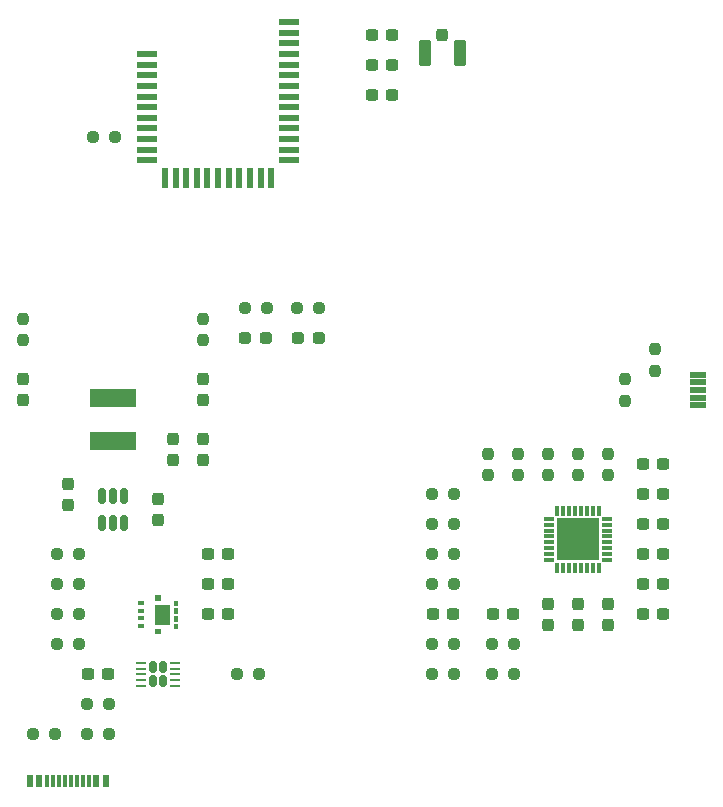
<source format=gbr>
%TF.GenerationSoftware,KiCad,Pcbnew,9.0.1*%
%TF.CreationDate,2025-05-21T12:09:37+01:00*%
%TF.ProjectId,FSC-BT631D-Breakout,4653432d-4254-4363-9331-442d42726561,rev?*%
%TF.SameCoordinates,Original*%
%TF.FileFunction,Paste,Top*%
%TF.FilePolarity,Positive*%
%FSLAX46Y46*%
G04 Gerber Fmt 4.6, Leading zero omitted, Abs format (unit mm)*
G04 Created by KiCad (PCBNEW 9.0.1) date 2025-05-21 12:09:37*
%MOMM*%
%LPD*%
G01*
G04 APERTURE LIST*
G04 Aperture macros list*
%AMRoundRect*
0 Rectangle with rounded corners*
0 $1 Rounding radius*
0 $2 $3 $4 $5 $6 $7 $8 $9 X,Y pos of 4 corners*
0 Add a 4 corners polygon primitive as box body*
4,1,4,$2,$3,$4,$5,$6,$7,$8,$9,$2,$3,0*
0 Add four circle primitives for the rounded corners*
1,1,$1+$1,$2,$3*
1,1,$1+$1,$4,$5*
1,1,$1+$1,$6,$7*
1,1,$1+$1,$8,$9*
0 Add four rect primitives between the rounded corners*
20,1,$1+$1,$2,$3,$4,$5,0*
20,1,$1+$1,$4,$5,$6,$7,0*
20,1,$1+$1,$6,$7,$8,$9,0*
20,1,$1+$1,$8,$9,$2,$3,0*%
G04 Aperture macros list end*
%ADD10C,0.010000*%
%ADD11RoundRect,0.250000X-0.250000X0.275000X-0.250000X-0.275000X0.250000X-0.275000X0.250000X0.275000X0*%
%ADD12RoundRect,0.250000X-0.275000X0.850000X-0.275000X-0.850000X0.275000X-0.850000X0.275000X0.850000X0*%
%ADD13RoundRect,0.237500X-0.300000X-0.237500X0.300000X-0.237500X0.300000X0.237500X-0.300000X0.237500X0*%
%ADD14RoundRect,0.237500X0.300000X0.237500X-0.300000X0.237500X-0.300000X-0.237500X0.300000X-0.237500X0*%
%ADD15RoundRect,0.150000X0.150000X-0.512500X0.150000X0.512500X-0.150000X0.512500X-0.150000X-0.512500X0*%
%ADD16RoundRect,0.237500X-0.237500X0.300000X-0.237500X-0.300000X0.237500X-0.300000X0.237500X0.300000X0*%
%ADD17RoundRect,0.237500X0.237500X-0.287500X0.237500X0.287500X-0.237500X0.287500X-0.237500X-0.287500X0*%
%ADD18RoundRect,0.237500X0.250000X0.237500X-0.250000X0.237500X-0.250000X-0.237500X0.250000X-0.237500X0*%
%ADD19RoundRect,0.237500X-0.250000X-0.237500X0.250000X-0.237500X0.250000X0.237500X-0.250000X0.237500X0*%
%ADD20RoundRect,0.237500X-0.237500X0.250000X-0.237500X-0.250000X0.237500X-0.250000X0.237500X0.250000X0*%
%ADD21R,0.300000X0.850000*%
%ADD22R,0.850000X0.300000*%
%ADD23R,3.550000X3.550000*%
%ADD24R,0.500000X0.350000*%
%ADD25RoundRect,0.237500X0.237500X-0.300000X0.237500X0.300000X-0.237500X0.300000X-0.237500X-0.300000X0*%
%ADD26RoundRect,0.237500X0.287500X0.237500X-0.287500X0.237500X-0.287500X-0.237500X0.287500X-0.237500X0*%
%ADD27R,4.000000X1.500000*%
%ADD28RoundRect,0.237500X0.237500X-0.250000X0.237500X0.250000X-0.237500X0.250000X-0.237500X-0.250000X0*%
%ADD29R,0.600000X1.140000*%
%ADD30R,0.300000X1.140000*%
%ADD31RoundRect,0.020000X0.655000X-0.180000X0.655000X0.180000X-0.655000X0.180000X-0.655000X-0.180000X0*%
%ADD32RoundRect,0.167500X-0.167500X-0.312500X0.167500X-0.312500X0.167500X0.312500X-0.167500X0.312500X0*%
%ADD33RoundRect,0.062500X-0.362500X-0.062500X0.362500X-0.062500X0.362500X0.062500X-0.362500X0.062500X0*%
%ADD34RoundRect,0.237500X-0.287500X-0.237500X0.287500X-0.237500X0.287500X0.237500X-0.287500X0.237500X0*%
%ADD35RoundRect,0.075000X-0.775000X-0.175000X0.775000X-0.175000X0.775000X0.175000X-0.775000X0.175000X0*%
%ADD36RoundRect,0.075000X0.175000X-0.775000X0.175000X0.775000X-0.175000X0.775000X-0.175000X-0.775000X0*%
G04 APERTURE END LIST*
D10*
%TO.C,Q1*%
X112725000Y-106185000D02*
X111475000Y-106185000D01*
X111475000Y-104635000D01*
X112725000Y-104635000D01*
X112725000Y-106185000D01*
G36*
X112725000Y-106185000D02*
G01*
X111475000Y-106185000D01*
X111475000Y-104635000D01*
X112725000Y-104635000D01*
X112725000Y-106185000D01*
G37*
X111955000Y-104185000D02*
X111525000Y-104185000D01*
X111525000Y-103805000D01*
X111955000Y-103805000D01*
X111955000Y-104185000D01*
G36*
X111955000Y-104185000D02*
G01*
X111525000Y-104185000D01*
X111525000Y-103805000D01*
X111955000Y-103805000D01*
X111955000Y-104185000D01*
G37*
X111955000Y-107015000D02*
X111525000Y-107015000D01*
X111525000Y-106635000D01*
X111955000Y-106635000D01*
X111955000Y-107015000D01*
G36*
X111955000Y-107015000D02*
G01*
X111525000Y-107015000D01*
X111525000Y-106635000D01*
X111955000Y-106635000D01*
X111955000Y-107015000D01*
G37*
X113390000Y-104635000D02*
X113095000Y-104635000D01*
X113095000Y-104235000D01*
X113390000Y-104235000D01*
X113390000Y-104635000D01*
G36*
X113390000Y-104635000D02*
G01*
X113095000Y-104635000D01*
X113095000Y-104235000D01*
X113390000Y-104235000D01*
X113390000Y-104635000D01*
G37*
X113390000Y-105285000D02*
X113095000Y-105285000D01*
X113095000Y-104885000D01*
X113390000Y-104885000D01*
X113390000Y-105285000D01*
G36*
X113390000Y-105285000D02*
G01*
X113095000Y-105285000D01*
X113095000Y-104885000D01*
X113390000Y-104885000D01*
X113390000Y-105285000D01*
G37*
X113390000Y-105935000D02*
X113095000Y-105935000D01*
X113095000Y-105535000D01*
X113390000Y-105535000D01*
X113390000Y-105935000D01*
G36*
X113390000Y-105935000D02*
G01*
X113095000Y-105935000D01*
X113095000Y-105535000D01*
X113390000Y-105535000D01*
X113390000Y-105935000D01*
G37*
X113390000Y-106585000D02*
X113095000Y-106585000D01*
X113095000Y-106185000D01*
X113390000Y-106185000D01*
X113390000Y-106585000D01*
G36*
X113390000Y-106585000D02*
G01*
X113095000Y-106585000D01*
X113095000Y-106185000D01*
X113390000Y-106185000D01*
X113390000Y-106585000D01*
G37*
%TD*%
D11*
%TO.C,AE1*%
X135841000Y-56387000D03*
D12*
X137316000Y-57912000D03*
X134366000Y-57912000D03*
%TD*%
D13*
%TO.C,C9*%
X152807500Y-95250000D03*
X154532500Y-95250000D03*
%TD*%
D14*
%TO.C,C3*%
X117682500Y-100330000D03*
X115957500Y-100330000D03*
%TD*%
%TO.C,C1*%
X117682500Y-105410000D03*
X115957500Y-105410000D03*
%TD*%
D15*
%TO.C,U2*%
X106980000Y-97657500D03*
X107930000Y-97657500D03*
X108880000Y-97657500D03*
X108880000Y-95382500D03*
X107930000Y-95382500D03*
X106980000Y-95382500D03*
%TD*%
D16*
%TO.C,C5*%
X104120000Y-94387500D03*
X104120000Y-96112500D03*
%TD*%
D17*
%TO.C,D2*%
X115550000Y-87235000D03*
X115550000Y-85485000D03*
%TD*%
D18*
%TO.C,R5*%
X105032500Y-105410000D03*
X103207500Y-105410000D03*
%TD*%
D19*
%TO.C,R23*%
X134977500Y-100330000D03*
X136802500Y-100330000D03*
%TD*%
D20*
%TO.C,R12*%
X147320000Y-91797500D03*
X147320000Y-93622500D03*
%TD*%
D18*
%TO.C,R3*%
X107572500Y-115570000D03*
X105747500Y-115570000D03*
%TD*%
D21*
%TO.C,IC1*%
X149070000Y-96610000D03*
X148570000Y-96610000D03*
X148070000Y-96610000D03*
X147570000Y-96610000D03*
X147070000Y-96610000D03*
X146570000Y-96610000D03*
X146070000Y-96610000D03*
X145570000Y-96610000D03*
D22*
X144870000Y-97310000D03*
X144870000Y-97810000D03*
X144870000Y-98310000D03*
X144870000Y-98810000D03*
X144870000Y-99310000D03*
X144870000Y-99810000D03*
X144870000Y-100310000D03*
X144870000Y-100810000D03*
D21*
X145570000Y-101510000D03*
X146070000Y-101510000D03*
X146570000Y-101510000D03*
X147070000Y-101510000D03*
X147570000Y-101510000D03*
X148070000Y-101510000D03*
X148570000Y-101510000D03*
X149070000Y-101510000D03*
D22*
X149770000Y-100810000D03*
X149770000Y-100310000D03*
X149770000Y-99810000D03*
X149770000Y-99310000D03*
X149770000Y-98810000D03*
X149770000Y-98310000D03*
X149770000Y-97810000D03*
X149770000Y-97310000D03*
D23*
X147320000Y-99060000D03*
%TD*%
D24*
%TO.C,Q1*%
X110340000Y-104435000D03*
X110340000Y-105085000D03*
X110340000Y-105735000D03*
X110340000Y-106385000D03*
%TD*%
D18*
%TO.C,R14*%
X136802500Y-110490000D03*
X134977500Y-110490000D03*
%TD*%
D13*
%TO.C,C14*%
X152807500Y-105410000D03*
X154532500Y-105410000D03*
%TD*%
D14*
%TO.C,C2*%
X117682500Y-102870000D03*
X115957500Y-102870000D03*
%TD*%
%TO.C,C16*%
X136752500Y-105410000D03*
X135027500Y-105410000D03*
%TD*%
D25*
%TO.C,C7*%
X113010000Y-92302500D03*
X113010000Y-90577500D03*
%TD*%
D26*
%TO.C,D3*%
X120905000Y-82042000D03*
X119155000Y-82042000D03*
%TD*%
D19*
%TO.C,R19*%
X140057500Y-107950000D03*
X141882500Y-107950000D03*
%TD*%
%TO.C,R27*%
X119117500Y-79502000D03*
X120942500Y-79502000D03*
%TD*%
D27*
%TO.C,L1*%
X107930000Y-90700000D03*
X107930000Y-87100000D03*
%TD*%
D18*
%TO.C,R1*%
X103000500Y-115570000D03*
X101175500Y-115570000D03*
%TD*%
%TO.C,R6*%
X105032500Y-102870000D03*
X103207500Y-102870000D03*
%TD*%
%TO.C,R8*%
X120272500Y-110490000D03*
X118447500Y-110490000D03*
%TD*%
D13*
%TO.C,C17*%
X140107500Y-105410000D03*
X141832500Y-105410000D03*
%TD*%
D28*
%TO.C,R9*%
X100310000Y-82192500D03*
X100310000Y-80367500D03*
%TD*%
D29*
%TO.C,J1*%
X100920000Y-119515000D03*
X107320000Y-119515000D03*
X101720000Y-119515000D03*
X106520000Y-119515000D03*
D30*
X102870000Y-119515000D03*
X103870000Y-119515000D03*
X104370000Y-119515000D03*
X105370000Y-119515000D03*
X105870000Y-119515000D03*
X104870000Y-119515000D03*
X103370000Y-119515000D03*
X102370000Y-119515000D03*
%TD*%
D14*
%TO.C,C13*%
X154532500Y-92710000D03*
X152807500Y-92710000D03*
%TD*%
D31*
%TO.C,J5*%
X157480000Y-87710000D03*
X157480000Y-87060000D03*
X157480000Y-86410000D03*
X157480000Y-85760000D03*
X157480000Y-85110000D03*
%TD*%
D18*
%TO.C,R15*%
X136802500Y-107950000D03*
X134977500Y-107950000D03*
%TD*%
D13*
%TO.C,C12*%
X152807500Y-102870000D03*
X154532500Y-102870000D03*
%TD*%
D17*
%TO.C,D1*%
X100310000Y-87235000D03*
X100310000Y-85485000D03*
%TD*%
D13*
%TO.C,C22*%
X129847000Y-61468000D03*
X131572000Y-61468000D03*
%TD*%
D16*
%TO.C,C6*%
X111740000Y-95657500D03*
X111740000Y-97382500D03*
%TD*%
%TO.C,C18*%
X144780000Y-104547500D03*
X144780000Y-106272500D03*
%TD*%
D13*
%TO.C,C20*%
X129847000Y-56388000D03*
X131572000Y-56388000D03*
%TD*%
D20*
%TO.C,R17*%
X139700000Y-91797500D03*
X139700000Y-93622500D03*
%TD*%
%TO.C,R16*%
X142240000Y-91797500D03*
X142240000Y-93622500D03*
%TD*%
D25*
%TO.C,C8*%
X115550000Y-92302500D03*
X115550000Y-90577500D03*
%TD*%
D28*
%TO.C,R11*%
X149860000Y-93622500D03*
X149860000Y-91797500D03*
%TD*%
D18*
%TO.C,R2*%
X107572500Y-113030000D03*
X105747500Y-113030000D03*
%TD*%
D13*
%TO.C,C21*%
X129847000Y-58928000D03*
X131572000Y-58928000D03*
%TD*%
D20*
%TO.C,R13*%
X144780000Y-91797500D03*
X144780000Y-93622500D03*
%TD*%
D19*
%TO.C,R26*%
X106275500Y-65024000D03*
X108100500Y-65024000D03*
%TD*%
D28*
%TO.C,R25*%
X151310000Y-87322500D03*
X151310000Y-85497500D03*
%TD*%
D19*
%TO.C,R28*%
X123562500Y-79502000D03*
X125387500Y-79502000D03*
%TD*%
D28*
%TO.C,R10*%
X115550000Y-82192500D03*
X115550000Y-80367500D03*
%TD*%
D16*
%TO.C,C15*%
X149860000Y-104547500D03*
X149860000Y-106272500D03*
%TD*%
D19*
%TO.C,R21*%
X134977500Y-97790000D03*
X136802500Y-97790000D03*
%TD*%
%TO.C,R18*%
X140057500Y-110490000D03*
X141882500Y-110490000D03*
%TD*%
D13*
%TO.C,C4*%
X105797500Y-110490000D03*
X107522500Y-110490000D03*
%TD*%
D32*
%TO.C,U1*%
X111330000Y-109895000D03*
X111330000Y-111085000D03*
X112150000Y-109895000D03*
X112150000Y-111085000D03*
D33*
X110290000Y-109490000D03*
X110290000Y-109990000D03*
X110290000Y-110490000D03*
X110290000Y-110990000D03*
X110290000Y-111490000D03*
X113190000Y-111490000D03*
X113190000Y-110990000D03*
X113190000Y-110490000D03*
X113190000Y-109990000D03*
X113190000Y-109490000D03*
%TD*%
D34*
%TO.C,D4*%
X123600000Y-82042000D03*
X125350000Y-82042000D03*
%TD*%
D28*
%TO.C,R24*%
X153850000Y-84782500D03*
X153850000Y-82957500D03*
%TD*%
D35*
%TO.C,U3*%
X110840000Y-57960000D03*
X110840000Y-58860000D03*
X110840000Y-59760000D03*
X110840000Y-60660000D03*
X110840000Y-61560000D03*
X110840000Y-62460000D03*
X110840000Y-63360000D03*
X110840000Y-64260000D03*
X110840000Y-65160000D03*
X110840000Y-66060000D03*
X110840000Y-66960000D03*
D36*
X112340000Y-68460000D03*
X113240000Y-68460000D03*
X114140000Y-68460000D03*
X115040000Y-68460000D03*
X115940000Y-68460000D03*
X116840000Y-68460000D03*
X117740000Y-68460000D03*
X118640000Y-68460000D03*
X119540000Y-68460000D03*
X120440000Y-68460000D03*
X121340000Y-68460000D03*
D35*
X122840000Y-66960000D03*
X122840000Y-66060000D03*
X122840000Y-65160000D03*
X122840000Y-64260000D03*
X122840000Y-63360000D03*
X122840000Y-62460000D03*
X122840000Y-61560000D03*
X122840000Y-60660000D03*
X122840000Y-59760000D03*
X122840000Y-58860000D03*
X122840000Y-57960000D03*
X122840000Y-57060000D03*
X122840000Y-56160000D03*
X122840000Y-55260000D03*
%TD*%
D19*
%TO.C,R22*%
X134977500Y-95250000D03*
X136802500Y-95250000D03*
%TD*%
D18*
%TO.C,R7*%
X105032500Y-100330000D03*
X103207500Y-100330000D03*
%TD*%
D13*
%TO.C,C11*%
X152807500Y-97790000D03*
X154532500Y-97790000D03*
%TD*%
D18*
%TO.C,R4*%
X105032500Y-107950000D03*
X103207500Y-107950000D03*
%TD*%
D16*
%TO.C,C19*%
X147320000Y-104547500D03*
X147320000Y-106272500D03*
%TD*%
D13*
%TO.C,C10*%
X152807500Y-100270000D03*
X154532500Y-100270000D03*
%TD*%
D19*
%TO.C,R20*%
X134977500Y-102870000D03*
X136802500Y-102870000D03*
%TD*%
M02*

</source>
